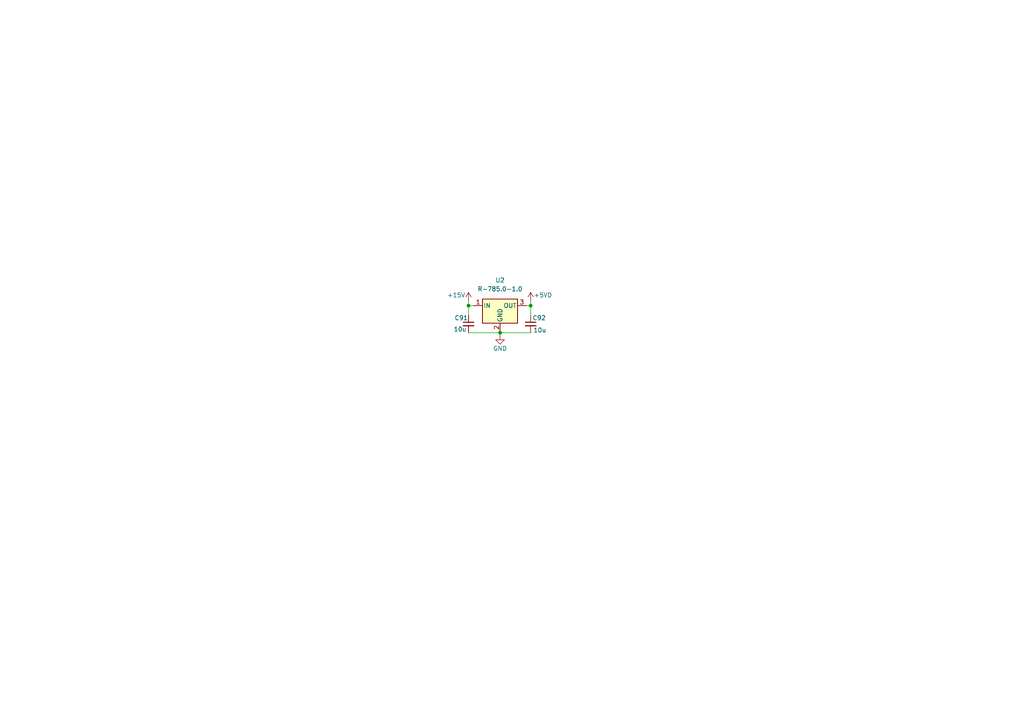
<source format=kicad_sch>
(kicad_sch (version 20211123) (generator eeschema)
  (paper "A4")
  (lib_symbols
    (symbol "Device:C_Small" (pin_numbers hide) (pin_names (offset 0.254) hide)
      (property "Reference" "C" (at 0.254 1.778 0))
      (property "Value" "C_Small" (at 0.254 -2.032 0))
      (symbol "C_Small_0_1"
        (polyline (pts (xy -1.524 -0.508) (xy 1.524 -0.508)) (stroke (width 0.3302)))
        (polyline (pts (xy -1.524 0.508) (xy 1.524 0.508)) (stroke (width 0.3048)))
      )
      (symbol "C_Small_1_1"
        (pin passive line (at 0 2.54 270) (length 2.032) (name "~") (number "1"))
        (pin passive line (at 0 -2.54 90) (length 2.032) (name "~") (number "2"))
      )
    )
    (symbol "Regulator_Switching:R-785.0-1.0" (pin_names (offset 0.254))
      (property "Reference" "U" (at -3.81 3.175 0))
      (property "Value" "R-785.0-1.0" (at 0 3.175 0))
      (symbol "R-785.0-1.0_0_1"
        (rectangle (start -5.08 1.905) (end 5.08 -5.08) (stroke (width 0.254)) (fill (type background)))
      )
      (symbol "R-785.0-1.0_1_1"
        (pin power_in line (at -7.62 0 0) (length 2.54) (name "IN") (number "1"))
        (pin power_in line (at 0 -7.62 90) (length 2.54) (name "GND") (number "2"))
        (pin power_out line (at 7.62 0 180) (length 2.54) (name "OUT") (number "3"))
      )
    )
    (symbol "power:+15V" (power) (pin_names (offset 0))
      (property "Value" "+15V" (at 0 3.556 0))
      (symbol "+15V_0_1"
        (polyline (pts (xy -0.762 1.27) (xy 0 2.54)))
        (polyline (pts (xy 0 0) (xy 0 2.54)))
        (polyline (pts (xy 0 2.54) (xy 0.762 1.27)))
      )
      (symbol "+15V_1_1"
        (pin power_in line (at 0 0 90) (length 0) hide (name "+15V") (number "1"))
      )
    )
    (symbol "power:+5VD" (power) (pin_names (offset 0))
      (property "Value" "+5VD" (at 0 3.556 0))
      (symbol "+5VD_0_1"
        (polyline (pts (xy -0.762 1.27) (xy 0 2.54)))
        (polyline (pts (xy 0 0) (xy 0 2.54)))
        (polyline (pts (xy 0 2.54) (xy 0.762 1.27)))
      )
      (symbol "+5VD_1_1"
        (pin power_in line (at 0 0 90) (length 0) hide (name "+5VD") (number "1"))
      )
    )
    (symbol "power:GND" (power) (pin_names (offset 0))
      (property "Value" "GND" (at 0 -3.81 0))
      (symbol "GND_0_1"
        (polyline (pts (xy 0 0) (xy 0 -1.27) (xy 1.27 -1.27) (xy 0 -2.54) (xy -1.27 -1.27) (xy 0 -1.27)))
      )
      (symbol "GND_1_1"
        (pin power_in line (at 0 0 270) (length 0) hide (name "GND") (number "1"))
      )
    )
  )
  (junction (at 153.924 88.646))
  (junction (at 135.89 88.646))
  (junction (at 145.034 96.52))
  (wire (pts (xy 145.034 97.282) (xy 145.034 96.52)))
  (wire (pts (xy 135.89 88.646) (xy 137.414 88.646)))
  (wire (pts (xy 135.89 96.52) (xy 145.034 96.52)))
  (wire (pts (xy 145.034 96.52) (xy 145.034 96.266)))
  (wire (pts (xy 153.924 87.376) (xy 153.924 88.646)))
  (wire (pts (xy 135.89 88.646) (xy 135.89 91.44)))
  (wire (pts (xy 153.924 88.646) (xy 153.924 91.44)))
  (wire (pts (xy 145.034 96.52) (xy 153.924 96.52)))
  (wire (pts (xy 153.924 88.646) (xy 152.654 88.646)))
  (wire (pts (xy 135.89 87.376) (xy 135.89 88.646)))
  (symbol (lib_id "Regulator_Switching:R-785.0-1.0") (at 145.034 88.646 0) (unit 1)
    (property "Reference" "U2" (at 145.034 81.28 0))
    (property "Value" "R-785.0-1.0" (at 145.034 83.82 0))
    (property "Footprint" "Converter_DCDC:Converter_DCDC_RECOM_R-78E-0.5_THT" (effects hide))
    (property "Datasheet" "https://www.recom-power.com/pdf/Innoline/R-78xx-1.0.pdf" (effects hide))
  )
  (symbol (lib_id "power:GND") (at 145.034 97.282 0) (unit 1)
    (property "Reference" "#PWR017" (effects hide))
    (property "Value" "GND" (at 145.034 101.092 0))
  )
  (symbol (lib_id "power:+5VD") (at 153.924 87.376 0) (unit 1)
    (property "Reference" "#PWR0214" (effects hide))
    (property "Value" "+5VD" (at 157.48 85.598 0))
  )
  (symbol (lib_id "Device:C_Small") (at 135.89 93.98 0) (unit 1)
    (property "Reference" "C91" (at 131.826 92.202 0) (effects (justify left)))
    (property "Value" "10u" (at 131.572 95.504 0) (effects (justify left)))
    (property "Footprint" "Capacitor_SMD:C_1210_3225Metric_Pad1.33x2.70mm_HandSolder" (effects hide))
  )
  (symbol (lib_id "power:+15V") (at 135.89 87.376 0) (unit 1)
    (property "Reference" "#PWR0215" (effects hide))
    (property "Value" "+15V" (at 132.334 85.598 0))
  )
  (symbol (lib_id "Device:C_Small") (at 153.924 93.98 0) (unit 1)
    (property "Reference" "C92" (at 154.432 92.202 0) (effects (justify left)))
    (property "Value" "10u" (at 154.686 95.758 0) (effects (justify left)))
    (property "Footprint" "Capacitor_SMD:C_1210_3225Metric_Pad1.33x2.70mm_HandSolder" (effects hide))
  )
)
</source>
